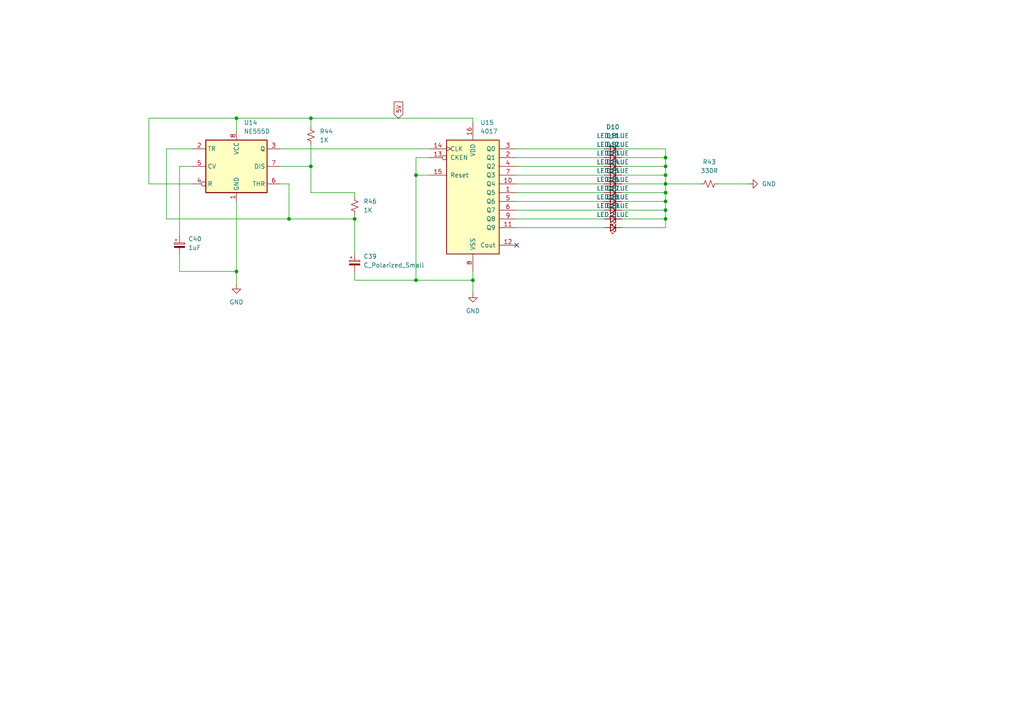
<source format=kicad_sch>
(kicad_sch (version 20250114) (generator "eeschema") (generator_version "9.0")
  (paper "A4")
  (lib_symbols
    (symbol "4xxx:4017" (pin_names (offset 1.016))
      (property "Reference" "U" (at -7.62 16.51 0))
      (property "Value" "4017" (at -7.62 -19.05 0))
      (symbol "4017_1_0"
        (pin input clock (at -12.7 12.7 0) (length 5.08) (name "CLK") (number "14"))
        (pin input inverted (at -12.7 10.16 0) (length 5.08) (name "CKEN") (number "13"))
        (pin input line (at -12.7 5.08 0) (length 5.08) (name "Reset") (number "15"))
        (pin power_in line (at 0 20.32 270) (length 5.08) (name "VDD") (number "16"))
        (pin power_in line (at 0 -22.86 90) (length 5.08) (name "VSS") (number "8"))
        (pin output line (at 12.7 12.7 180) (length 5.08) (name "Q0") (number "3"))
        (pin output line (at 12.7 10.16 180) (length 5.08) (name "Q1") (number "2"))
        (pin output line (at 12.7 7.62 180) (length 5.08) (name "Q2") (number "4"))
        (pin output line (at 12.7 5.08 180) (length 5.08) (name "Q3") (number "7"))
        (pin output line (at 12.7 2.54 180) (length 5.08) (name "Q4") (number "10"))
        (pin output line (at 12.7 0 180) (length 5.08) (name "Q5") (number "1"))
        (pin output line (at 12.7 -2.54 180) (length 5.08) (name "Q6") (number "5"))
        (pin output line (at 12.7 -5.08 180) (length 5.08) (name "Q7") (number "6"))
        (pin output line (at 12.7 -7.62 180) (length 5.08) (name "Q8") (number "9"))
        (pin output line (at 12.7 -10.16 180) (length 5.08) (name "Q9") (number "11"))
        (pin output line (at 12.7 -15.24 180) (length 5.08) (name "Cout") (number "12"))
      )
      (symbol "4017_1_1"
        (rectangle (start -7.62 15.24) (end 7.62 -17.78) (stroke (width 0.254)) (fill (type background)))
      )
    )
    (symbol "Device:C_Polarized_Small" (pin_numbers (hide yes)) (pin_names (offset 0.254) (hide yes))
      (property "Reference" "C" (at 0.254 1.778 0))
      (property "Value" "C_Polarized_Small" (at 0.254 -2.032 0))
      (symbol "C_Polarized_Small_0_1"
        (rectangle (start -1.524 0.6858) (end 1.524 0.3048))
        (rectangle (start -1.524 -0.3048) (end 1.524 -0.6858) (fill (type outline)))
        (polyline (pts (xy -1.27 1.524) (xy -0.762 1.524)))
        (polyline (pts (xy -1.016 1.27) (xy -1.016 1.778)))
      )
      (symbol "C_Polarized_Small_1_1"
        (pin passive line (at 0 2.54 270) (length 1.8542) (name "~") (number "1"))
        (pin passive line (at 0 -2.54 90) (length 1.8542) (name "~") (number "2"))
      )
    )
    (symbol "Device:LED_Small" (pin_numbers (hide yes)) (pin_names (offset 0.254) (hide yes))
      (property "Reference" "D" (at -1.27 3.175 0))
      (property "Value" "LED_Small" (at -4.445 -2.54 0))
      (symbol "LED_Small_0_1"
        (polyline (pts (xy -0.762 -1.016) (xy -0.762 1.016)) (stroke (width 0.254)))
        (polyline (pts (xy 0 0.762) (xy -0.508 1.27) (xy -0.254 1.27) (xy -0.508 1.27) (xy -0.508 1.016)))
        (polyline (pts (xy 0.508 1.27) (xy 0 1.778) (xy 0.254 1.778) (xy 0 1.778) (xy 0 1.524)))
        (polyline (pts (xy 0.762 -1.016) (xy -0.762 0) (xy 0.762 1.016) (xy 0.762 -1.016)) (stroke (width 0.254)))
        (polyline (pts (xy 1.016 0) (xy -0.762 0)))
      )
      (symbol "LED_Small_1_1"
        (pin passive line (at -2.54 0 0) (length 1.778) (name "K") (number "1"))
        (pin passive line (at 2.54 0 180) (length 1.778) (name "A") (number "2"))
      )
    )
    (symbol "Device:R_Small_US" (pin_numbers (hide yes)) (pin_names (offset 0.254) (hide yes))
      (property "Reference" "R" (at 0.762 0.508 0))
      (property "Value" "R_Small_US" (at 0.762 -1.016 0))
      (symbol "R_Small_US_1_1"
        (polyline (pts (xy 0 1.524) (xy 1.016 1.143) (xy 0 0.762) (xy -1.016 0.381) (xy 0 0)))
        (polyline (pts (xy 0 0) (xy 1.016 -0.381) (xy 0 -0.762) (xy -1.016 -1.143) (xy 0 -1.524)))
        (pin passive line (at 0 2.54 270) (length 1.016) (name "~") (number "1"))
        (pin passive line (at 0 -2.54 90) (length 1.016) (name "~") (number "2"))
      )
    )
    (symbol "Timer:NE555D"
      (property "Reference" "U" (at -10.16 8.89 0))
      (property "Value" "NE555D" (at 2.54 8.89 0))
      (symbol "NE555D_0_0"
        (pin power_in line (at 0 10.16 270) (length 2.54) (name "VCC") (number "8"))
        (pin power_in line (at 0 -10.16 90) (length 2.54) (name "GND") (number "1"))
      )
      (symbol "NE555D_0_1"
        (rectangle (start -8.89 -7.62) (end 8.89 7.62) (stroke (width 0.254)) (fill (type background)))
        (rectangle (start -8.89 -7.62) (end 8.89 7.62) (stroke (width 0.254)) (fill (type background)))
      )
      (symbol "NE555D_1_1"
        (pin input line (at -12.7 5.08 0) (length 3.81) (name "TR") (number "2"))
        (pin input line (at -12.7 0 0) (length 3.81) (name "CV") (number "5"))
        (pin input inverted (at -12.7 -5.08 0) (length 3.81) (name "R") (number "4"))
        (pin output line (at 12.7 5.08 180) (length 3.81) (name "Q") (number "3"))
        (pin input line (at 12.7 0 180) (length 3.81) (name "DIS") (number "7"))
        (pin input line (at 12.7 -5.08 180) (length 3.81) (name "THR") (number "6"))
      )
    )
    (symbol "power:GND" (power) (pin_numbers (hide yes)) (pin_names (offset 0) (hide yes))
      (property "Value" "GND" (at 0 -3.81 0))
      (symbol "GND_0_1"
        (polyline (pts (xy 0 0) (xy 0 -1.27) (xy 1.27 -1.27) (xy 0 -2.54) (xy -1.27 -1.27) (xy 0 -1.27)))
      )
      (symbol "GND_1_1"
        (pin power_in line (at 0 0 270) (length 0) (name "~") (number "1"))
      )
    )
  )
  (junction (at 193.04 60.96))
  (junction (at 102.87 63.5))
  (junction (at 68.58 78.74))
  (junction (at 193.04 55.88))
  (junction (at 193.04 45.72))
  (junction (at 193.04 50.8))
  (junction (at 193.04 48.26))
  (junction (at 120.65 50.8))
  (junction (at 120.65 81.28))
  (junction (at 90.17 34.29))
  (junction (at 68.58 34.29))
  (junction (at 137.16 81.28))
  (junction (at 90.17 48.26))
  (junction (at 193.04 63.5))
  (junction (at 193.04 58.42))
  (junction (at 83.82 63.5))
  (junction (at 193.04 53.34))
  (no_connect (at 149.86 71.12))
  (wire (pts (xy 102.87 63.5) (xy 102.87 73.66)))
  (wire (pts (xy 81.28 53.34) (xy 83.82 53.34)))
  (wire (pts (xy 102.87 81.28) (xy 120.65 81.28)))
  (wire (pts (xy 102.87 55.88) (xy 102.87 57.15)))
  (wire (pts (xy 120.65 50.8) (xy 124.46 50.8)))
  (wire (pts (xy 102.87 78.74) (xy 102.87 81.28)))
  (wire (pts (xy 124.46 45.72) (xy 120.65 45.72)))
  (wire (pts (xy 193.04 45.72) (xy 193.04 48.26)))
  (wire (pts (xy 193.04 53.34) (xy 193.04 55.88)))
  (wire (pts (xy 120.65 45.72) (xy 120.65 50.8)))
  (wire (pts (xy 137.16 78.74) (xy 137.16 81.28)))
  (wire (pts (xy 149.86 63.5) (xy 175.26 63.5)))
  (wire (pts (xy 120.65 81.28) (xy 137.16 81.28)))
  (wire (pts (xy 193.04 48.26) (xy 193.04 50.8)))
  (wire (pts (xy 137.16 35.56) (xy 137.16 34.29)))
  (wire (pts (xy 68.58 78.74) (xy 68.58 82.55)))
  (wire (pts (xy 180.34 50.8) (xy 193.04 50.8)))
  (wire (pts (xy 102.87 55.88) (xy 90.17 55.88)))
  (wire (pts (xy 52.07 48.26) (xy 52.07 68.58)))
  (wire (pts (xy 102.87 62.23) (xy 102.87 63.5)))
  (wire (pts (xy 55.88 43.18) (xy 48.26 43.18)))
  (wire (pts (xy 149.86 58.42) (xy 175.26 58.42)))
  (wire (pts (xy 48.26 63.5) (xy 83.82 63.5)))
  (wire (pts (xy 193.04 55.88) (xy 193.04 58.42)))
  (wire (pts (xy 180.34 45.72) (xy 193.04 45.72)))
  (wire (pts (xy 68.58 58.42) (xy 68.58 78.74)))
  (wire (pts (xy 180.34 63.5) (xy 193.04 63.5)))
  (wire (pts (xy 68.58 34.29) (xy 90.17 34.29)))
  (wire (pts (xy 193.04 66.04) (xy 180.34 66.04)))
  (wire (pts (xy 52.07 73.66) (xy 52.07 78.74)))
  (wire (pts (xy 149.86 60.96) (xy 175.26 60.96)))
  (wire (pts (xy 180.34 43.18) (xy 193.04 43.18)))
  (wire (pts (xy 149.86 48.26) (xy 175.26 48.26)))
  (wire (pts (xy 90.17 34.29) (xy 137.16 34.29)))
  (wire (pts (xy 55.88 48.26) (xy 52.07 48.26)))
  (wire (pts (xy 48.26 43.18) (xy 48.26 63.5)))
  (wire (pts (xy 149.86 50.8) (xy 175.26 50.8)))
  (wire (pts (xy 81.28 48.26) (xy 90.17 48.26)))
  (wire (pts (xy 52.07 78.74) (xy 68.58 78.74)))
  (wire (pts (xy 83.82 63.5) (xy 102.87 63.5)))
  (wire (pts (xy 149.86 53.34) (xy 175.26 53.34)))
  (wire (pts (xy 149.86 45.72) (xy 175.26 45.72)))
  (wire (pts (xy 180.34 58.42) (xy 193.04 58.42)))
  (wire (pts (xy 68.58 34.29) (xy 43.18 34.29)))
  (wire (pts (xy 149.86 66.04) (xy 175.26 66.04)))
  (wire (pts (xy 193.04 50.8) (xy 193.04 53.34)))
  (wire (pts (xy 137.16 81.28) (xy 137.16 85.09)))
  (wire (pts (xy 43.18 34.29) (xy 43.18 53.34)))
  (wire (pts (xy 68.58 38.1) (xy 68.58 34.29)))
  (wire (pts (xy 90.17 34.29) (xy 90.17 36.83)))
  (wire (pts (xy 149.86 43.18) (xy 175.26 43.18)))
  (wire (pts (xy 120.65 50.8) (xy 120.65 81.28)))
  (wire (pts (xy 90.17 41.91) (xy 90.17 48.26)))
  (wire (pts (xy 193.04 60.96) (xy 193.04 63.5)))
  (wire (pts (xy 149.86 55.88) (xy 175.26 55.88)))
  (wire (pts (xy 90.17 55.88) (xy 90.17 48.26)))
  (wire (pts (xy 208.28 53.34) (xy 217.17 53.34)))
  (wire (pts (xy 193.04 43.18) (xy 193.04 45.72)))
  (wire (pts (xy 180.34 53.34) (xy 193.04 53.34)))
  (wire (pts (xy 180.34 48.26) (xy 193.04 48.26)))
  (wire (pts (xy 180.34 60.96) (xy 193.04 60.96)))
  (wire (pts (xy 193.04 53.34) (xy 203.2 53.34)))
  (wire (pts (xy 193.04 58.42) (xy 193.04 60.96)))
  (wire (pts (xy 43.18 53.34) (xy 55.88 53.34)))
  (wire (pts (xy 83.82 53.34) (xy 83.82 63.5)))
  (wire (pts (xy 81.28 43.18) (xy 124.46 43.18)))
  (wire (pts (xy 180.34 55.88) (xy 193.04 55.88)))
  (wire (pts (xy 193.04 63.5) (xy 193.04 66.04)))
  (global_label "5V" (shape input) (at 115.57 34.29 90) (property "Intersheetrefs" "${INTERSHEET_REFS}" (effects (hide yes))))
  (symbol (lib_id "Device:C_Polarized_Small") (at 102.87 76.2 0) (unit 1)
    (property "Reference" "C39" (at 105.41 74.3838 0) (effects (justify left)))
    (property "Value" "C_Polarized_Small" (at 105.41 76.9238 0) (effects (justify left)))
    (property "Footprint" "Capacitor_SMD:CP_Elec_4x5.4" (effects (hide yes)))
    (property "Description" "Polarized capacitor, small symbol" (effects (hide yes)))
  )
  (symbol (lib_id "Device:R_Small_US") (at 90.17 39.37 180) (unit 1)
    (property "Reference" "R44" (at 92.71 38.0999 0) (effects (justify right)))
    (property "Value" "1K" (at 92.71 40.6399 0) (effects (justify right)))
    (property "Footprint" "Resistor_SMD:R_0805_2012Metric_Pad1.20x1.40mm_HandSolder" (effects (hide yes)))
    (property "Description" "Resistor, small US symbol" (effects (hide yes)))
  )
  (symbol (lib_id "Device:LED_Small") (at 177.8 60.96 180) (unit 1)
    (property "Reference" "D17" (at 177.7365 54.61 0))
    (property "Value" "LED_BLUE" (at 177.7365 57.15 0))
    (property "Footprint" "LED_SMD:LED_0805_2012Metric_Pad1.15x1.40mm_HandSolder" (effects (hide yes)))
    (property "Description" "Light emitting diode, small symbol" (effects (hide yes)))
    (property "Sim.Pin" "1=K 2=A" (effects (hide yes)))
  )
  (symbol (lib_id "Device:R_Small_US") (at 205.74 53.34 90) (unit 1)
    (property "Reference" "R43" (at 205.74 46.99 90))
    (property "Value" "330R" (at 205.74 49.53 90))
    (property "Footprint" "Resistor_SMD:R_0805_2012Metric_Pad1.20x1.40mm_HandSolder" (effects (hide yes)))
    (property "Description" "Resistor, small US symbol" (effects (hide yes)))
  )
  (symbol (lib_id "power:GND") (at 217.17 53.34 90) (unit 1)
    (property "Reference" "#PWR057" (effects (hide yes)))
    (property "Value" "GND" (at 220.98 53.3399 90) (effects (justify right)))
    (property "Description" "Power symbol creates a global label with name \"GND\" , ground" (effects (hide yes)))
  )
  (symbol (lib_id "Device:LED_Small") (at 177.8 43.18 180) (unit 1)
    (property "Reference" "D10" (at 177.7365 36.83 0))
    (property "Value" "LED_BLUE" (at 177.7365 39.37 0))
    (property "Footprint" "LED_SMD:LED_0805_2012Metric_Pad1.15x1.40mm_HandSolder" (effects (hide yes)))
    (property "Description" "Light emitting diode, small symbol" (effects (hide yes)))
    (property "Sim.Pin" "1=K 2=A" (effects (hide yes)))
  )
  (symbol (lib_id "Device:C_Polarized_Small") (at 52.07 71.12 0) (unit 1)
    (property "Reference" "C40" (at 54.61 69.3038 0) (effects (justify left)))
    (property "Value" "1uF" (at 54.61 71.8438 0) (effects (justify left)))
    (property "Footprint" "Capacitor_SMD:CP_Elec_4x5.4" (effects (hide yes)))
    (property "Description" "Polarized capacitor, small symbol" (effects (hide yes)))
  )
  (symbol (lib_id "4xxx:4017") (at 137.16 55.88 0) (unit 1)
    (property "Reference" "U15" (at 139.3033 35.56 0) (effects (justify left)))
    (property "Value" "4017" (at 139.3033 38.1 0) (effects (justify left)))
    (property "Footprint" "Package_SO:SOP-16_3.9x9.9mm_P1.27mm" (effects (hide yes)))
    (property "Datasheet" "http://www.intersil.com/content/dam/Intersil/documents/cd40/cd4017bms-22bms.pdf" (effects (hide yes)))
    (property "Description" "Johnson Counter ( 10 outputs )" (effects (hide yes)))
  )
  (symbol (lib_id "Device:LED_Small") (at 177.8 58.42 180) (unit 1)
    (property "Reference" "D16" (at 177.7365 52.07 0))
    (property "Value" "LED_BLUE" (at 177.7365 54.61 0))
    (property "Footprint" "LED_SMD:LED_0805_2012Metric_Pad1.15x1.40mm_HandSolder" (effects (hide yes)))
    (property "Description" "Light emitting diode, small symbol" (effects (hide yes)))
    (property "Sim.Pin" "1=K 2=A" (effects (hide yes)))
  )
  (symbol (lib_id "Device:LED_Small") (at 177.8 48.26 180) (unit 1)
    (property "Reference" "D12" (at 177.7365 41.91 0))
    (property "Value" "LED_BLUE" (at 177.7365 44.45 0))
    (property "Footprint" "LED_SMD:LED_0805_2012Metric_Pad1.15x1.40mm_HandSolder" (effects (hide yes)))
    (property "Description" "Light emitting diode, small symbol" (effects (hide yes)))
    (property "Sim.Pin" "1=K 2=A" (effects (hide yes)))
  )
  (symbol (lib_id "Device:R_Small_US") (at 102.87 59.69 180) (unit 1)
    (property "Reference" "R46" (at 105.41 58.4199 0) (effects (justify right)))
    (property "Value" "1K" (at 105.41 60.9599 0) (effects (justify right)))
    (property "Footprint" "Resistor_SMD:R_0805_2012Metric_Pad1.20x1.40mm_HandSolder" (effects (hide yes)))
    (property "Description" "Resistor, small US symbol" (effects (hide yes)))
  )
  (symbol (lib_id "Device:LED_Small") (at 177.8 66.04 180) (unit 1)
    (property "Reference" "D19" (at 177.7365 59.69 0))
    (property "Value" "LED_BLUE" (at 177.7365 62.23 0))
    (property "Footprint" "LED_SMD:LED_0805_2012Metric_Pad1.15x1.40mm_HandSolder" (effects (hide yes)))
    (property "Description" "Light emitting diode, small symbol" (effects (hide yes)))
    (property "Sim.Pin" "1=K 2=A" (effects (hide yes)))
  )
  (symbol (lib_id "Timer:NE555D") (at 68.58 48.26 0) (unit 1)
    (property "Reference" "U14" (at 70.7233 35.56 0) (effects (justify left)))
    (property "Value" "NE555D" (at 70.7233 38.1 0) (effects (justify left)))
    (property "Footprint" "Package_SO:SOIC-8_3.9x4.9mm_P1.27mm" (effects (hide yes)))
    (property "Datasheet" "http://www.ti.com/lit/ds/symlink/ne555.pdf" (effects (hide yes)))
    (property "Description" "Precision Timers, 555 compatible, SOIC-8" (effects (hide yes)))
  )
  (symbol (lib_id "Device:LED_Small") (at 177.8 50.8 180) (unit 1)
    (property "Reference" "D13" (at 177.7365 44.45 0))
    (property "Value" "LED_BLUE" (at 177.7365 46.99 0))
    (property "Footprint" "LED_SMD:LED_0805_2012Metric_Pad1.15x1.40mm_HandSolder" (effects (hide yes)))
    (property "Description" "Light emitting diode, small symbol" (effects (hide yes)))
    (property "Sim.Pin" "1=K 2=A" (effects (hide yes)))
  )
  (symbol (lib_id "power:GND") (at 68.58 82.55 0) (unit 1)
    (property "Reference" "#PWR059" (effects (hide yes)))
    (property "Value" "GND" (at 68.58 87.63 0))
    (property "Description" "Power symbol creates a global label with name \"GND\" , ground" (effects (hide yes)))
  )
  (symbol (lib_id "power:GND") (at 137.16 85.09 0) (unit 1)
    (property "Reference" "#PWR058" (effects (hide yes)))
    (property "Value" "GND" (at 137.16 90.17 0))
    (property "Description" "Power symbol creates a global label with name \"GND\" , ground" (effects (hide yes)))
  )
  (symbol (lib_id "Device:LED_Small") (at 177.8 45.72 180) (unit 1)
    (property "Reference" "D11" (at 177.7365 39.37 0))
    (property "Value" "LED_BLUE" (at 177.7365 41.91 0))
    (property "Footprint" "LED_SMD:LED_0805_2012Metric_Pad1.15x1.40mm_HandSolder" (effects (hide yes)))
    (property "Description" "Light emitting diode, small symbol" (effects (hide yes)))
    (property "Sim.Pin" "1=K 2=A" (effects (hide yes)))
  )
  (symbol (lib_id "Device:LED_Small") (at 177.8 53.34 180) (unit 1)
    (property "Reference" "D14" (at 177.7365 46.99 0))
    (property "Value" "LED_BLUE" (at 177.7365 49.53 0))
    (property "Footprint" "LED_SMD:LED_0805_2012Metric_Pad1.15x1.40mm_HandSolder" (effects (hide yes)))
    (property "Description" "Light emitting diode, small symbol" (effects (hide yes)))
    (property "Sim.Pin" "1=K 2=A" (effects (hide yes)))
  )
  (symbol (lib_id "Device:LED_Small") (at 177.8 55.88 180) (unit 1)
    (property "Reference" "D15" (at 177.7365 49.53 0))
    (property "Value" "LED_BLUE" (at 177.7365 52.07 0))
    (property "Footprint" "LED_SMD:LED_0805_2012Metric_Pad1.15x1.40mm_HandSolder" (effects (hide yes)))
    (property "Description" "Light emitting diode, small symbol" (effects (hide yes)))
    (property "Sim.Pin" "1=K 2=A" (effects (hide yes)))
  )
  (symbol (lib_id "Device:LED_Small") (at 177.8 63.5 180) (unit 1)
    (property "Reference" "D18" (at 177.7365 57.15 0))
    (property "Value" "LED_BLUE" (at 177.7365 59.69 0))
    (property "Footprint" "LED_SMD:LED_0805_2012Metric_Pad1.15x1.40mm_HandSolder" (effects (hide yes)))
    (property "Description" "Light emitting diode, small symbol" (effects (hide yes)))
    (property "Sim.Pin" "1=K 2=A" (effects (hide yes)))
  )
)
</source>
